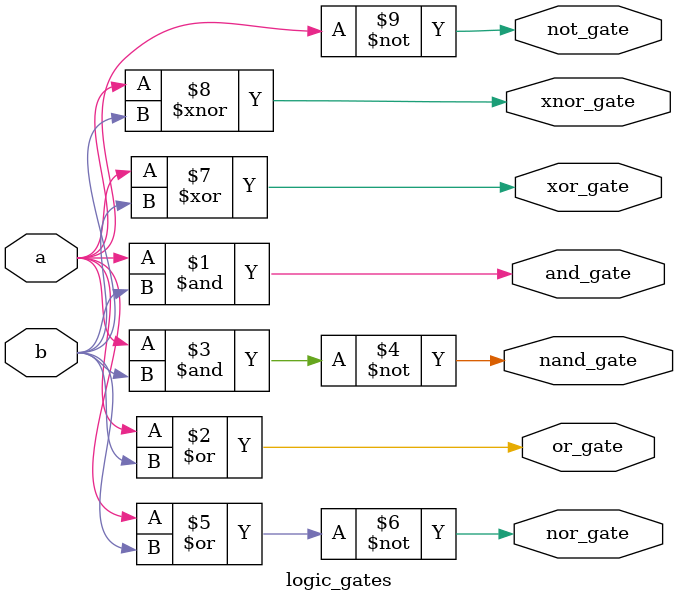
<source format=v>
module logic_gates(
    input a,b,
    output and_gate,or_gate,nand_gate,nor_gate,not_gate,xor_gate,xnor_gate
    );
    assign and_gate = a&b;                                                         
    assign or_gate = a|b;                                                          
    assign nand_gate = ~(a&b);                                                     
    assign nor_gate = ~(a|b);                                                      
    assign xor_gate = a^b;                                                         
    assign xnor_gate = a ^~ b;                                                    
    assign not_gate = ~a;
endmodule

</source>
